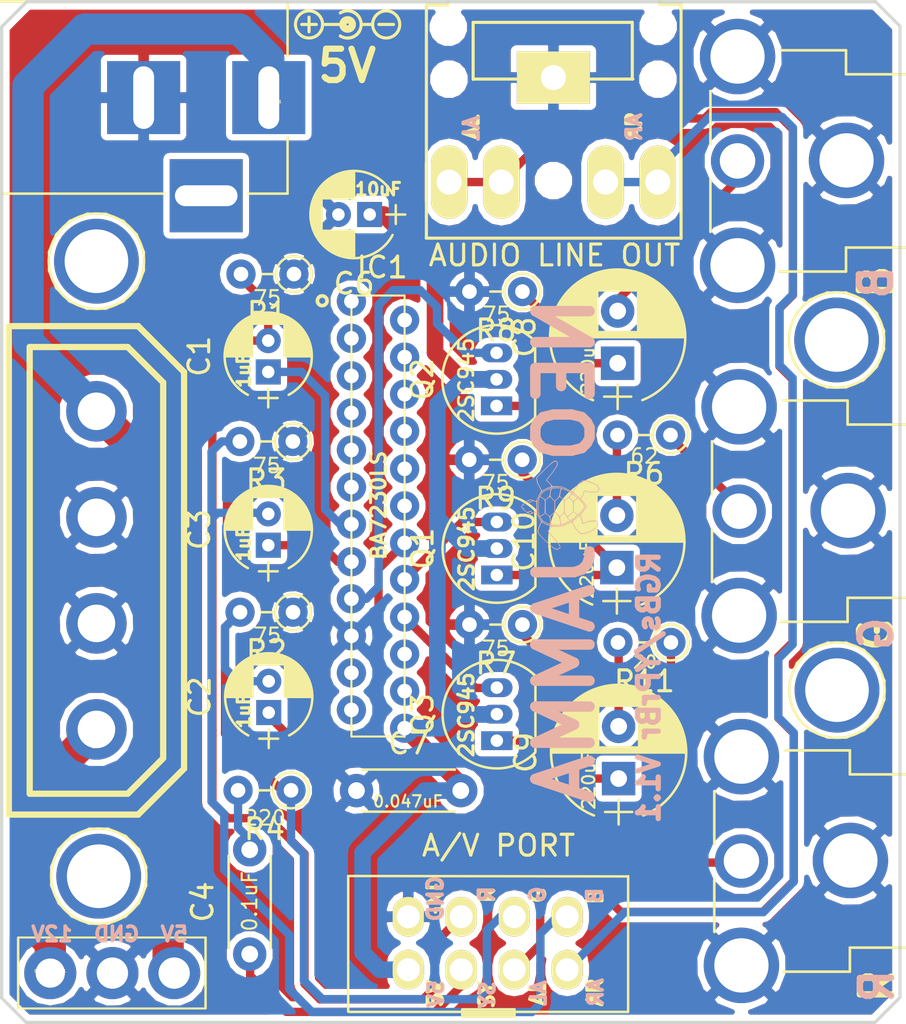
<source format=kicad_pcb>
(kicad_pcb (version 4) (host pcbnew 4.0.7)
  (layers (0 F.Cu signal hide) (31 B.Cu signal hide) (34 B.Paste user hide) (35 F.Paste user hide) (36 B.SilkS user) (37 F.SilkS user) (38 B.Mask user) (39 F.Mask user) (44 Edge.Cuts user))
  (net 0 "")
  (net 1 13)
  (net 2 14)
  (net 3 15)
  (net 4 "Net-(C4-Pad2)")
  (net 5 GND)
  (net 6 +5V)
  (net 7 B-Y)
  (net 8 "Net-(C9-Pad1)")
  (net 9 "Net-(C9-Pad2)")
  (net 10 "Net-(C10-Pad1)")
  (net 11 "Net-(C10-Pad2)")
  (net 12 16)
  (net 13 17)
  (net 14 18)
  (net 15 Y)
  (net 16 R-Y)
  (net 17 AUDIO_LEFT_OUT)
  (net 18 AUDIO_RIGHT_OUT)
  (net 19 V_RED_OUT)
  (net 20 V_GREEN_OUT)
  (net 21 V_BLUE_OUT)
  (net 22 V_SYNC_OUT)
  (net 23 "Net-(C8-Pad1)")
  (net 24 +5VA)
  (net 25 +12VA)
  (module TO_SOT_Packages_THT:TO-92_Inline_Narrow_Oval (layer F.Cu) (at 154.76 75.829 90)
    (fp_text reference Q1 (at 1.27 -3.56 90) (layer F.SilkS))
    (fp_text value 2SC945 (at 1.255 -1.446 90) (layer F.SilkS) (effects (font (size 0.7 0.7))))
    (pad 2 thru_hole oval (at 1.27 0 270) (size 0.9 1.5) (drill 0.6) (layers *.Cu *.Mask) (net 6 +5V))
    (pad 3 thru_hole oval (at 2.54 0 270) (size 0.9 1.5) (drill 0.6) (layers *.Cu *.Mask) (net 12 16))
    (pad 1 thru_hole rect (at 0 0 270) (size 0.9 1.5) (drill 0.6) (layers *.Cu *.Mask) (net 10 "Net-(C10-Pad1)"))
  )
  (module Capacitors_THT:C_Disc_D4.3mm_W1.9mm_P5.00mm (layer F.Cu) (at 142.913 93.99 90)
    (fp_text reference C4 (at 2.5 -2.26 90) (layer F.SilkS))
    (fp_text value 0.1uF (at 2.533 -0.003 90) (layer F.SilkS) (effects (font (size 0.7 0.7) (thickness 0.1))))
    (pad 1 thru_hole circle (at 0 0 90) (size 1.6 1.6) (drill 0.8) (layers *.Cu *.Mask) (net 22 V_SYNC_OUT))
    (pad 2 thru_hole circle (at 5 0 90) (size 1.6 1.6) (drill 0.8) (layers *.Cu *.Mask) (net 4 "Net-(C4-Pad2)"))
  )
  (module 3.5mm_stereo_jack:Tayda_3.5mm_stereo_TRS_jack_A-853 (layer F.Cu) (at 152.464 52.095)
    (fp_text reference A1 (at 5.035 0.081) (layer F.SilkS) (effects (font (size 0.127 0.127) (thickness 0.03175))))
    (fp_text value Audio-Jack-3_2Switches (at 5.172 -0.289) (layer F.SilkS) (effects (font (size 0.127 0.127) (thickness 0.03175))))
    (pad "" np_thru_hole circle (at 10.02 -0.02) (size 1.2 1.2) (drill 1.2) (layers *.Cu *.Mask))
    (pad "" np_thru_hole circle (at 10.03 -2.55) (size 1.2 1.2) (drill 1.2) (layers *.Cu *.Mask))
    (pad "" np_thru_hole circle (at -0.03 -2.51) (size 1.2 1.2) (drill 1.2) (layers *.Cu *.Mask))
    (pad "" np_thru_hole circle (at 0 -0.02) (size 1.2 1.2) (drill 1.2) (layers *.Cu *.Mask))
    (pad 1 thru_hole rect (at 5.01 -0.096) (size 3.5 2.5) (drill 1.2) (layers *.Cu *.Mask F.SilkS) (net 5 GND))
    (pad 2 thru_hole oval (at 10.01 4.91) (size 1.75 3.5) (drill 1.2) (layers *.Cu *.Mask F.SilkS) (net 18 AUDIO_RIGHT_OUT))
    (pad 5 thru_hole oval (at 0.01 4.91) (size 1.75 3.5) (drill 1.2) (layers *.Cu *.Mask F.SilkS) (net 17 AUDIO_LEFT_OUT))
    (pad 3 thru_hole oval (at 7.51 4.91) (size 1.75 3.5) (drill 1.2) (layers *.Cu *.Mask F.SilkS) (net 18 AUDIO_RIGHT_OUT))
    (pad 4 thru_hole oval (at 2.51 4.91) (size 1.75 3.5) (drill 1.2) (layers *.Cu *.Mask F.SilkS) (net 17 AUDIO_LEFT_OUT))
    (pad "" np_thru_hole circle (at 5.01 4.84) (size 1.2 1.2) (drill 1.2) (layers *.Cu *.Mask))
  )
  (module Connectors:1pin (layer F.Cu) (at 135.674 90.259 90)
    (fp_text reference H2 (at 0.038 0 90) (layer F.SilkS))
    (fp_text value Conn_01x01)
    (pad 1 thru_hole circle (at 0 0 90) (size 4.064 4.064) (drill 3.048) (layers *.Cu *.Mask))
  )
  (module Capacitors_THT:C_Disc_D4.3mm_W1.9mm_P5.00mm (layer F.Cu) (at 148.031 86.157)
    (fp_text reference C7 (at 2.5 -2.26) (layer F.SilkS))
    (fp_text value 0.047uF (at 2.461 0.52) (layer F.SilkS) (effects (font (size 0.55 0.55) (thickness 0.1))))
    (pad 1 thru_hole circle (at 0 0) (size 1.6 1.6) (drill 0.8) (layers *.Cu *.Mask) (net 5 GND))
    (pad 2 thru_hole circle (at 5 0) (size 1.6 1.6) (drill 0.8) (layers *.Cu *.Mask) (net 6 +5V))
  )
  (module Capacitors_THT:CP_Radial_D6.3mm_P2.50mm (layer F.Cu) (at 160.553 65.684 90)
    (fp_text reference C8 (at 1.25 -4.46 90) (layer F.SilkS))
    (fp_text value 220uF (at -0.103 -1.428 90) (layer F.SilkS) (effects (font (size 0.6 0.6) (thickness 0.1))))
    (pad 1 thru_hole rect (at 0 0 90) (size 1.6 1.6) (drill 0.8) (layers *.Cu *.Mask) (net 23 "Net-(C8-Pad1)"))
    (pad 2 thru_hole circle (at 2.5 0 90) (size 1.6 1.6) (drill 0.8) (layers *.Cu *.Mask) (net 7 B-Y))
  )
  (module Capacitors_THT:CP_Radial_D6.3mm_P2.50mm (layer F.Cu) (at 160.599 85.58 90)
    (fp_text reference C9 (at 1.25 -4.46 90) (layer F.SilkS))
    (fp_text value 220uF (at -0.097 -1.435 90) (layer F.SilkS) (effects (font (size 0.6 0.6) (thickness 0.1))))
    (pad 1 thru_hole rect (at 0 0 90) (size 1.6 1.6) (drill 0.8) (layers *.Cu *.Mask) (net 8 "Net-(C9-Pad1)"))
    (pad 2 thru_hole circle (at 2.5 0 90) (size 1.6 1.6) (drill 0.8) (layers *.Cu *.Mask) (net 9 "Net-(C9-Pad2)"))
  )
  (module Capacitors_THT:CP_Radial_D6.3mm_P2.50mm (layer F.Cu) (at 160.515 75.476 90)
    (fp_text reference C10 (at 1.25 -4.46 90) (layer F.SilkS))
    (fp_text value 220uF (at -0.095 -1.435 90) (layer F.SilkS) (effects (font (size 0.6 0.6) (thickness 0.1))))
    (pad 1 thru_hole rect (at 0 0 90) (size 1.6 1.6) (drill 0.8) (layers *.Cu *.Mask) (net 10 "Net-(C10-Pad1)"))
    (pad 2 thru_hole circle (at 2.5 0 90) (size 1.6 1.6) (drill 0.8) (layers *.Cu *.Mask) (net 11 "Net-(C10-Pad2)"))
  )
  (module Connectors:1pin (layer F.Cu) (at 135.565 60.797 90)
    (fp_text reference H1 (at 0.104 -0.043 90) (layer F.SilkS))
    (fp_text value Conn_01x01)
    (pad 1 thru_hole circle (at 0 0 90) (size 4.064 4.064) (drill 3.048) (layers *.Cu *.Mask))
  )
  (module Resistors_THT:R_Axial_DIN0204_L3.6mm_D1.6mm_P2.54mm_Vertical (layer F.Cu) (at 145.035 61.413 180)
    (fp_text reference R1 (at 1.27 -1.86 180) (layer F.SilkS))
    (fp_text value 75 (at 1.278 -1.148 180) (layer F.SilkS) (effects (font (size 0.7 0.7) (thickness 0.1))))
    (pad 1 thru_hole circle (at 0 0 180) (size 1.4 1.4) (drill 0.7) (layers *.Cu *.Mask) (net 5 GND))
    (pad 2 thru_hole oval (at 2.54 0 180) (size 1.4 1.4) (drill 0.7) (layers *.Cu *.Mask) (net 19 V_RED_OUT))
  )
  (module Resistors_THT:R_Axial_DIN0204_L3.6mm_D1.6mm_P2.54mm_Vertical (layer F.Cu) (at 144.99 77.61 180)
    (fp_text reference R2 (at 1.27 -1.86 180) (layer F.SilkS))
    (fp_text value 75 (at 1.235 -1.115 180) (layer F.SilkS) (effects (font (size 0.7 0.7) (thickness 0.1))))
    (pad 1 thru_hole circle (at 0 0 180) (size 1.4 1.4) (drill 0.7) (layers *.Cu *.Mask) (net 5 GND))
    (pad 2 thru_hole oval (at 2.54 0 180) (size 1.4 1.4) (drill 0.7) (layers *.Cu *.Mask) (net 20 V_GREEN_OUT))
  )
  (module Resistors_THT:R_Axial_DIN0204_L3.6mm_D1.6mm_P2.54mm_Vertical (layer F.Cu) (at 144.981 69.431 180)
    (fp_text reference R3 (at 1.27 -1.86 180) (layer F.SilkS))
    (fp_text value 75 (at 1.253 -1.161 180) (layer F.SilkS) (effects (font (size 0.7 0.7) (thickness 0.1))))
    (pad 1 thru_hole circle (at 0 0 180) (size 1.4 1.4) (drill 0.7) (layers *.Cu *.Mask) (net 5 GND))
    (pad 2 thru_hole oval (at 2.54 0 180) (size 1.4 1.4) (drill 0.7) (layers *.Cu *.Mask) (net 21 V_BLUE_OUT))
  )
  (module Resistors_THT:R_Axial_DIN0204_L3.6mm_D1.6mm_P2.54mm_Vertical (layer F.Cu) (at 163.086 69.124 180)
    (fp_text reference R6 (at 1.27 -1.86 180) (layer F.SilkS))
    (fp_text value 62 (at 1.258 -1.006 180) (layer F.SilkS) (effects (font (size 0.7 0.7) (thickness 0.1))))
    (pad 1 thru_hole circle (at 0 0 180) (size 1.4 1.4) (drill 0.7) (layers *.Cu *.Mask) (net 15 Y))
    (pad 2 thru_hole oval (at 2.54 0 180) (size 1.4 1.4) (drill 0.7) (layers *.Cu *.Mask) (net 11 "Net-(C10-Pad2)"))
  )
  (module Resistors_THT:R_Axial_DIN0204_L3.6mm_D1.6mm_P2.54mm_Vertical (layer F.Cu) (at 155.989 78.204 180)
    (fp_text reference R7 (at 1.27 -1.86 180) (layer F.SilkS))
    (fp_text value 75 (at 1.285 -1.146 180) (layer F.SilkS) (effects (font (size 0.7 0.7) (thickness 0.1))))
    (pad 1 thru_hole circle (at 0 0 180) (size 1.4 1.4) (drill 0.7) (layers *.Cu *.Mask) (net 8 "Net-(C9-Pad1)"))
    (pad 2 thru_hole oval (at 2.54 0 180) (size 1.4 1.4) (drill 0.7) (layers *.Cu *.Mask) (net 5 GND))
  )
  (module Resistors_THT:R_Axial_DIN0204_L3.6mm_D1.6mm_P2.54mm_Vertical (layer F.Cu) (at 155.989 62.25 180)
    (fp_text reference R8 (at 1.27 -1.86 180) (layer F.SilkS))
    (fp_text value 75 (at 1.245 -1.097 180) (layer F.SilkS) (effects (font (size 0.7 0.7) (thickness 0.1))))
    (pad 1 thru_hole circle (at 0 0 180) (size 1.4 1.4) (drill 0.7) (layers *.Cu *.Mask) (net 23 "Net-(C8-Pad1)"))
    (pad 2 thru_hole oval (at 2.54 0 180) (size 1.4 1.4) (drill 0.7) (layers *.Cu *.Mask) (net 5 GND))
  )
  (module Resistors_THT:R_Axial_DIN0204_L3.6mm_D1.6mm_P2.54mm_Vertical (layer F.Cu) (at 155.976 70.307 180)
    (fp_text reference R9 (at 1.27 -1.86 180) (layer F.SilkS))
    (fp_text value 75 (at 1.272 -1.108 180) (layer F.SilkS) (effects (font (size 0.7 0.7) (thickness 0.1))))
    (pad 1 thru_hole circle (at 0 0 180) (size 1.4 1.4) (drill 0.7) (layers *.Cu *.Mask) (net 10 "Net-(C10-Pad1)"))
    (pad 2 thru_hole oval (at 2.54 0 180) (size 1.4 1.4) (drill 0.7) (layers *.Cu *.Mask) (net 5 GND))
  )
  (module Resistors_THT:R_Axial_DIN0204_L3.6mm_D1.6mm_P2.54mm_Vertical (layer F.Cu) (at 163.106 79.058 180)
    (fp_text reference R11 (at 1.27 -1.86 180) (layer F.SilkS))
    (fp_text value 20 (at 1.239 -0.94 180) (layer F.SilkS) (effects (font (size 0.6 0.6) (thickness 0.1))))
    (pad 1 thru_hole circle (at 0 0 180) (size 1.4 1.4) (drill 0.7) (layers *.Cu *.Mask) (net 16 R-Y))
    (pad 2 thru_hole oval (at 2.54 0 180) (size 1.4 1.4) (drill 0.7) (layers *.Cu *.Mask) (net 9 "Net-(C9-Pad2)"))
  )
  (module Connectors:1pin (layer F.Cu) (at 171.049 64.569 90)
    (fp_text reference H3 (at 0.083 -0.056 90) (layer F.SilkS))
    (fp_text value Conn_01x01)
    (pad 1 thru_hole circle (at 0 0 90) (size 4.064 4.064) (drill 3.048) (layers *.Cu *.Mask))
  )
  (module Connectors:1pin (layer F.Cu) (at 171.069 81.344 90)
    (fp_text reference H4 (at 0.206 -0.076 90) (layer F.SilkS))
    (fp_text value Conn_01x01)
    (pad 1 thru_hole circle (at 0 0 90) (size 4.064 4.064) (drill 3.048) (layers *.Cu *.Mask))
  )
  (module JTAG:JTAG-8 (layer F.Cu) (at 156.855 93.487)
    (fp_text reference J1 hide)
    (fp_text value AV_EXTENSION hide)
    (pad 1 thru_hole oval (at -6.34 1.25) (size 1.5 1.9) (drill 1.1) (layers *.Cu *.Mask F.SilkS) (net 6 +5V))
    (pad 2 thru_hole oval (at -6.34 -1.29) (size 1.5 1.9) (drill 1.1) (layers *.Cu *.Mask F.SilkS) (net 5 GND))
    (pad 3 thru_hole oval (at -3.8 1.25) (size 1.5 1.9) (drill 1.1) (layers *.Cu *.Mask F.SilkS) (net 22 V_SYNC_OUT))
    (pad 4 thru_hole oval (at -3.8 -1.29) (size 1.5 1.9) (drill 1.1) (layers *.Cu *.Mask F.SilkS) (net 19 V_RED_OUT))
    (pad 5 thru_hole oval (at -1.26 1.25) (size 1.5 1.9) (drill 1.1) (layers *.Cu *.Mask F.SilkS) (net 17 AUDIO_LEFT_OUT))
    (pad 6 thru_hole oval (at -1.26 -1.29) (size 1.5 1.9) (drill 1.1) (layers *.Cu *.Mask F.SilkS) (net 20 V_GREEN_OUT))
    (pad 8 thru_hole oval (at 1.28 -1.29) (size 1.5 1.9) (drill 1.1) (layers *.Cu *.Mask F.SilkS) (net 21 V_BLUE_OUT))
    (pad 7 thru_hole oval (at 1.28 1.25) (size 1.5 1.9) (drill 1.1) (layers *.Cu *.Mask F.SilkS) (net 18 AUDIO_RIGHT_OUT))
  )
  (module tortule:logo (layer B.Cu) (at 157.782 72.535 270)
    (fp_text reference LOGO1 hide)
    (fp_text value Conn_01x01 hide)
  )
  (module Capacitors_THT:CP_Radial_D4.0mm_P1.50mm (layer F.Cu) (at 143.801 66.1 90)
    (fp_text reference C1 (at 0.75 -3.31 90) (layer F.SilkS))
    (fp_text value 1uF (at 0.066 -1.173 90) (layer F.SilkS) (effects (font (size 0.6 0.6))))
    (pad 1 thru_hole rect (at 0 0 90) (size 1.2 1.2) (drill 0.6) (layers *.Cu *.Mask) (net 1 13))
    (pad 2 thru_hole circle (at 1.5 0 90) (size 1.2 1.2) (drill 0.6) (layers *.Cu *.Mask) (net 19 V_RED_OUT))
  )
  (module Capacitors_THT:CP_Radial_D4.0mm_P1.50mm (layer F.Cu) (at 143.825 82.418 90)
    (fp_text reference C2 (at 0.75 -3.31 90) (layer F.SilkS))
    (fp_text value 1uF (at 0.069 -1.181 90) (layer F.SilkS) (effects (font (size 0.6 0.6))))
    (pad 1 thru_hole rect (at 0 0 90) (size 1.2 1.2) (drill 0.6) (layers *.Cu *.Mask) (net 2 14))
    (pad 2 thru_hole circle (at 1.5 0 90) (size 1.2 1.2) (drill 0.6) (layers *.Cu *.Mask) (net 20 V_GREEN_OUT))
  )
  (module Capacitors_THT:CP_Radial_D4.0mm_P1.50mm (layer F.Cu) (at 143.805 74.402 90)
    (fp_text reference C3 (at 0.75 -3.31 90) (layer F.SilkS))
    (fp_text value 1uF (at 0.064 -1.181 90) (layer F.SilkS) (effects (font (size 0.6 0.6))))
    (pad 1 thru_hole rect (at 0 0 90) (size 1.2 1.2) (drill 0.6) (layers *.Cu *.Mask) (net 3 15))
    (pad 2 thru_hole circle (at 1.5 0 90) (size 1.2 1.2) (drill 0.6) (layers *.Cu *.Mask) (net 21 V_BLUE_OUT))
  )
  (module Capacitors_THT:CP_Radial_D4.0mm_P1.50mm (layer F.Cu) (at 148.666 58.56 180)
    (fp_text reference C6 (at 0.75 -3.31 180) (layer F.SilkS))
    (fp_text value 10uF (at -0.412 1.209 180) (layer F.SilkS) (effects (font (size 0.6 0.6))))
    (pad 1 thru_hole rect (at 0 0 180) (size 1.2 1.2) (drill 0.6) (layers *.Cu *.Mask) (net 6 +5V))
    (pad 2 thru_hole circle (at 1.5 0 180) (size 1.2 1.2) (drill 0.6) (layers *.Cu *.Mask) (net 5 GND))
  )
  (module TO_SOT_Packages_THT:TO-92_Inline_Narrow_Oval (layer F.Cu) (at 154.747 67.727 90)
    (fp_text reference Q2 (at 1.27 -3.56 90) (layer F.SilkS))
    (fp_text value 2SC945 (at 1.24 -1.453 90) (layer F.SilkS) (effects (font (size 0.7 0.7) (thickness 0.125))))
    (pad 2 thru_hole oval (at 1.27 0 270) (size 0.9 1.5) (drill 0.6) (layers *.Cu *.Mask) (net 6 +5V))
    (pad 3 thru_hole oval (at 2.54 0 270) (size 0.9 1.5) (drill 0.6) (layers *.Cu *.Mask) (net 13 17))
    (pad 1 thru_hole rect (at 0 0 270) (size 0.9 1.5) (drill 0.6) (layers *.Cu *.Mask) (net 23 "Net-(C8-Pad1)"))
  )
  (module TO_SOT_Packages_THT:TO-92_Inline_Narrow_Oval (layer F.Cu) (at 154.76 83.764 90)
    (fp_text reference Q3 (at 1.27 -3.56 90) (layer F.SilkS))
    (fp_text value 2SC945 (at 1.239 -1.461 90) (layer F.SilkS) (effects (font (size 0.7 0.7))))
    (pad 2 thru_hole oval (at 1.27 0 270) (size 0.9 1.5) (drill 0.6) (layers *.Cu *.Mask) (net 6 +5V))
    (pad 3 thru_hole oval (at 2.54 0 270) (size 0.9 1.5) (drill 0.6) (layers *.Cu *.Mask) (net 14 18))
    (pad 1 thru_hole rect (at 0 0 270) (size 0.9 1.5) (drill 0.6) (layers *.Cu *.Mask) (net 8 "Net-(C9-Pad1)"))
  )
  (module Resistors_THT:R_Axial_DIN0204_L3.6mm_D1.6mm_P2.54mm_Vertical (layer F.Cu) (at 144.894 86.144 180)
    (fp_text reference R4 (at 1.27 -1.86 180) (layer F.SilkS))
    (fp_text value 220 (at 1.252 -1.322 180) (layer F.SilkS) (effects (font (size 0.7 0.7) (thickness 0.1))))
    (pad 1 thru_hole circle (at 0 0 180) (size 1.4 1.4) (drill 0.7) (layers *.Cu *.Mask) (net 20 V_GREEN_OUT))
    (pad 2 thru_hole oval (at 2.54 0 180) (size 1.4 1.4) (drill 0.7) (layers *.Cu *.Mask) (net 4 "Net-(C4-Pad2)"))
  )
  (module Connectors:BARREL_JACK (layer F.Cu) (at 143.828 52.959)
    (fp_text reference 5V_POWER1 (at 0.061 0.194) (layer F.SilkS) (effects (font (size 0.127 0.127) (thickness 0.03175))))
    (fp_text value Barrel_Jack)
    (pad 1 thru_hole rect (at 0 0) (size 3.5 3.5) (drill oval 1 3) (layers *.Cu *.Mask) (net 24 +5VA))
    (pad 2 thru_hole rect (at -6 0) (size 3.5 3.5) (drill oval 1 3) (layers *.Cu *.Mask) (net 5 GND))
    (pad 3 thru_hole rect (at -3 4.7) (size 3.5 3.5) (drill oval 3 1) (layers *.Cu *.Mask))
  )
  (module power:Power_03x2.54mm_Straight (layer F.Cu) (at 133.807 94.793)
    (fp_text reference DIRECT_POWER1 (at -0.459 0.002) (layer F.SilkS) (effects (font (size 0.127 0.127) (thickness 0.03175))))
    (fp_text value Conn_01x03)
    (pad 1 thru_hole oval (at -0.455 0.106) (size 2.5 2.5) (drill 1.4) (layers *.Cu *.Mask) (net 25 +12VA))
    (pad 2 thru_hole circle (at 2.525 0.106) (size 2.5 2.5) (drill 1.5) (layers *.Cu *.Mask) (net 5 GND))
    (pad 3 thru_hole circle (at 5.485 0.106) (size 2.5 2.5) (drill 1.5) (layers *.Cu *.Mask) (net 24 +5VA))
  )
  (module mod_conn_hdd_15-24-4441:conn_hdd_15-24-4449 (layer F.Cu) (at 135.565 75.606 90)
    (fp_text reference MOLEX_POWER1 (at -7.795 -0.112 90) (layer F.SilkS) (effects (font (size 0.127 0.127) (thickness 0.03175))))
    (fp_text value Conn_01x04 (at -7.683 0.112 90) (layer F.SilkS) (effects (font (size 0.127 0.127) (thickness 0.03175))))
    (pad 1 thru_hole circle (at -7.62 0 90) (size 2.9 2.9) (drill 1.8) (layers *.Cu *.Mask) (net 25 +12VA))
    (pad 2 thru_hole circle (at -2.54 0 90) (size 2.9 2.9) (drill 1.8) (layers *.Cu *.Mask) (net 5 GND))
    (pad 3 thru_hole circle (at 2.54 0 90) (size 2.9 2.9) (drill 1.8) (layers *.Cu *.Mask) (net 5 GND))
    (pad 4 thru_hole circle (at 7.62 0 90) (size 2.9 2.9) (drill 1.8) (layers *.Cu *.Mask) (net 24 +5VA))
  )
  (module BA7230LS:BA7230LS (layer F.Cu) (at 148.864 72.141)
    (fp_text reference IC1 (at 0.4 -11.05) (layer F.SilkS))
    (fp_text value BA7230LS (at 0.225 0.35 90) (layer F.SilkS) (effects (font (size 0.7 0.7))))
    (pad 1 thru_hole circle (at -1.075 -9.425) (size 1.4 1.4) (drill 0.7) (layers *.Cu *.Mask))
    (pad 2 thru_hole circle (at 1.475 -8.525) (size 1.4 1.4) (drill 0.7) (layers *.Cu *.Mask))
    (pad 3 thru_hole circle (at -1.075 -7.65) (size 1.4 1.4) (drill 0.7) (layers *.Cu *.Mask))
    (pad 4 thru_hole circle (at 1.475 -6.75) (size 1.4 1.4) (drill 0.7) (layers *.Cu *.Mask))
    (pad 5 thru_hole circle (at -1.075 -5.85) (size 1.4 1.4) (drill 0.7) (layers *.Cu *.Mask))
    (pad 6 thru_hole circle (at 1.475 -4.975) (size 1.4 1.4) (drill 0.7) (layers *.Cu *.Mask))
    (pad 7 thru_hole circle (at -1.075 -4.075) (size 1.4 1.4) (drill 0.7) (layers *.Cu *.Mask))
    (pad 8 thru_hole circle (at 1.475 -3.2) (size 1.4 1.4) (drill 0.7) (layers *.Cu *.Mask))
    (pad 9 thru_hole circle (at -1.075 -2.3) (size 1.4 1.4) (drill 0.7) (layers *.Cu *.Mask))
    (pad 10 thru_hole circle (at 1.475 -1.4) (size 1.4 1.4) (drill 0.7) (layers *.Cu *.Mask))
    (pad 11 thru_hole circle (at -1.075 -0.525) (size 1.4 1.4) (drill 0.7) (layers *.Cu *.Mask))
    (pad 12 thru_hole circle (at 1.475 0.375) (size 1.4 1.4) (drill 0.7) (layers *.Cu *.Mask))
    (pad 13 thru_hole circle (at -1.075 1.25) (size 1.4 1.4) (drill 0.7) (layers *.Cu *.Mask) (net 1 13))
    (pad 14 thru_hole circle (at 1.475 2.15) (size 1.4 1.4) (drill 0.7) (layers *.Cu *.Mask) (net 2 14))
    (pad 15 thru_hole circle (at -1.075 3.05) (size 1.4 1.4) (drill 0.7) (layers *.Cu *.Mask) (net 3 15))
    (pad 16 thru_hole circle (at 1.475 3.9) (size 1.4 1.4) (drill 0.7) (layers *.Cu *.Mask) (net 12 16))
    (pad 17 thru_hole circle (at -1.075 4.825) (size 1.4 1.4) (drill 0.7) (layers *.Cu *.Mask) (net 13 17))
    (pad 18 thru_hole circle (at 1.475 5.7) (size 1.4 1.4) (drill 0.7) (layers *.Cu *.Mask) (net 14 18))
    (pad 19 thru_hole circle (at -1.075 6.6) (size 1.4 1.4) (drill 0.7) (layers *.Cu *.Mask) (net 5 GND))
    (pad 20 thru_hole circle (at 1.475 7.475) (size 1.4 1.4) (drill 0.7) (layers *.Cu *.Mask))
    (pad 21 thru_hole circle (at -1.075 8.375) (size 1.4 1.4) (drill 0.7) (layers *.Cu *.Mask))
    (pad 22 thru_hole circle (at 1.475 9.25) (size 1.4 1.4) (drill 0.7) (layers *.Cu *.Mask))
    (pad 23 thru_hole circle (at -1.075 10.15) (size 1.4 1.4) (drill 0.7) (layers *.Cu *.Mask))
    (pad 24 thru_hole circle (at 1.475 11.025) (size 1.4 1.4) (drill 0.7) (layers *.Cu *.Mask) (net 6 +5V))
  )
  (module w_logo:Logo_silk_polarity_center_5x1.4mm (layer F.Cu) (at 147.607 49.454 180)
    (fp_text reference POLARITY1 hide)
    (fp_text value Conn_01x01 hide)
  )
  (module RCJ-013:CUI_RCJ-013 (layer F.Cu) (at 172.25 55.992 180)
    (fp_text reference J3 (at 1.4 0.3 180) (layer F.SilkS) (effects (font (size 0.127 0.127) (thickness 0.03175))))
    (fp_text value RCJ-013 (at 1.432 -0.112 180) (layer F.SilkS) (effects (font (size 0.127 0.127) (thickness 0.03175))))
    (pad 2 thru_hole circle (at 5.95 0 180) (size 2.55 2.55) (drill 1.7) (layers *.Cu *.Mask) (net 7 B-Y))
    (pad 1A thru_hole circle (at 5.95 -5 180) (size 3.616 3.616) (drill 2.6) (layers *.Cu *.Mask) (net 5 GND))
    (pad 1B thru_hole circle (at 5.95 5 180) (size 3.616 3.616) (drill 2.6) (layers *.Cu *.Mask) (net 5 GND))
    (pad 1C thru_hole circle (at 0.725 0.025 180) (size 3.616 3.616) (drill 2.6) (layers *.Cu *.Mask) (net 5 GND))
  )
  (module RCJ-013:CUI_RCJ-013 (layer F.Cu) (at 172.436 89.53 180)
    (fp_text reference J4 (at 1.4 0.3 180) (layer F.SilkS) (effects (font (size 0.127 0.127) (thickness 0.03175))))
    (fp_text value RCJ-013 (at 1.432 -0.112 180) (layer F.SilkS) (effects (font (size 0.127 0.127) (thickness 0.03175))))
    (pad 2 thru_hole circle (at 5.95 0 180) (size 2.55 2.55) (drill 1.7) (layers *.Cu *.Mask) (net 16 R-Y))
    (pad 1A thru_hole circle (at 5.95 -5 180) (size 3.616 3.616) (drill 2.6) (layers *.Cu *.Mask) (net 5 GND))
    (pad 1B thru_hole circle (at 5.95 5 180) (size 3.616 3.616) (drill 2.6) (layers *.Cu *.Mask) (net 5 GND))
    (pad 1C thru_hole circle (at 0.725 0.025 180) (size 3.616 3.616) (drill 2.6) (layers *.Cu *.Mask) (net 5 GND))
  )
  (module RCJ-013:CUI_RCJ-013 (layer F.Cu) (at 172.326 72.771 180)
    (fp_text reference J2 (at 1.4 0.3 180) (layer F.SilkS) (effects (font (size 0.127 0.127) (thickness 0.03175))))
    (fp_text value RCJ-013 (at 1.432 -0.112 180) (layer F.SilkS) (effects (font (size 0.127 0.127) (thickness 0.03175))))
    (pad 2 thru_hole circle (at 5.95 0 180) (size 2.55 2.55) (drill 1.7) (layers *.Cu *.Mask) (net 15 Y))
    (pad 1A thru_hole circle (at 5.95 -5 180) (size 3.616 3.616) (drill 2.6) (layers *.Cu *.Mask) (net 5 GND))
    (pad 1B thru_hole circle (at 5.95 5 180) (size 3.616 3.616) (drill 2.6) (layers *.Cu *.Mask) (net 5 GND))
    (pad 1C thru_hole circle (at 0.725 0.025 180) (size 3.616 3.616) (drill 2.6) (layers *.Cu *.Mask) (net 5 GND))
  )
  (gr_text "5V  GND  12V" (at 136.2 93.033) (layer B.SilkS) (effects (font (size 0.7 0.7) (thickness 0.175)) (justify mirror)))
  (gr_text 5V (at 147.579 51.438) (layer F.SilkS) (effects (font (size 1.5 1.5) (thickness 0.3))))
  (gr_text "AUDIO LINE OUT" (at 157.526 60.518) (layer F.SilkS) (effects (font (size 1 1))))
  (gr_text "A/V PORT" (at 154.843 88.793) (layer F.SilkS) (effects (font (size 1 1))))
  (gr_text "RGBs/YPrBr V1.1" (at 162.047 81.214 90) (layer B.SilkS) (effects (font (size 1 1) (thickness 0.25)) (justify mirror)))
  (gr_text "NEO  JAMMA" (at 158.029 74.64 90) (layer B.SilkS) (effects (font (size 2.6 2.6) (thickness 0.5)) (justify mirror)))
  (gr_line (start 131.026 96.098) (end 131.026 49.57) (angle 90) (layer Edge.Cuts) (width 0.15))
  (gr_line (start 174.088 96.056) (end 174.088 49.528) (angle 90) (layer Edge.Cuts) (width 0.15))
  (gr_line (start 174.089 49.537) (end 172.91 48.358) (angle 90) (layer Edge.Cuts) (width 0.15))
  (gr_line (start 172.895 97.257) (end 174.069 96.083) (angle 90) (layer Edge.Cuts) (width 0.15))
  (gr_line (start 131.048 49.542) (end 132.222 48.368) (angle 90) (layer Edge.Cuts) (width 0.15))
  (gr_line (start 132.196 97.261) (end 131.017 96.082) (angle 90) (layer Edge.Cuts) (width 0.15))
  (gr_line (start 132.188 97.26) (end 172.878 97.26) (angle 90) (layer Edge.Cuts) (width 0.15))
  (gr_line (start 132.213 48.369) (end 172.903 48.369) (angle 90) (layer Edge.Cuts) (width 0.15))
  (gr_text R (at 172.984 95.524 90) (layer B.SilkS) (effects (font (size 1.5 1.5) (thickness 0.3)) (justify mirror)))
  (gr_text G (at 172.959 78.638 90) (layer B.SilkS) (effects (font (size 1.5 1.5) (thickness 0.3)) (justify mirror)))
  (gr_text B (at 172.935 61.785 90) (layer F.SilkS) (effects (font (size 1.5 1.5) (thickness 0.3))))
  (gr_text AR (at 161.341 54.379 90) (layer B.SilkS) (effects (font (size 0.7 0.7) (thickness 0.175)) (justify mirror)))
  (gr_text AL (at 153.541 54.43 90) (layer B.SilkS) (effects (font (size 0.7 0.7) (thickness 0.175)) (justify mirror)))
  (gr_text 5V (at 151.846 95.889 90) (layer B.SilkS) (effects (font (size 0.7 0.7) (thickness 0.175)) (justify mirror)))
  (gr_text GND (at 151.83 91.332 90) (layer B.SilkS) (effects (font (size 0.7 0.7) (thickness 0.175)) (justify mirror)))
  (gr_text R (at 154.258 91.111 90) (layer B.SilkS) (effects (font (size 0.7 0.7) (thickness 0.175)) (justify mirror)))
  (gr_text G (at 156.704 91.119 90) (layer B.SilkS) (effects (font (size 0.7 0.7) (thickness 0.175)) (justify mirror)))
  (gr_text B (at 159.448 91.18 90) (layer B.SilkS) (effects (font (size 0.7 0.7) (thickness 0.175)) (justify mirror)))
  (gr_text SY (at 154.309 95.942 90) (layer B.SilkS) (effects (font (size 0.7 0.7) (thickness 0.175)) (justify mirror)))
  (gr_text AL (at 156.76 95.858 90) (layer B.SilkS) (effects (font (size 0.7 0.7) (thickness 0.175)) (justify mirror)))
  (gr_text AR (at 159.496 95.82 90) (layer B.SilkS) (effects (font (size 0.7 0.7) (thickness 0.175)) (justify mirror)))
  (gr_text AR (at 159.468 95.82 90) (layer F.SilkS) (effects (font (size 0.7 0.7) (thickness 0.175))))
  (gr_text AL (at 153.539 54.374 90) (layer F.SilkS) (effects (font (size 0.7 0.7) (thickness 0.175))))
  (gr_text AR (at 161.334 54.312 90) (layer F.SilkS) (effects (font (size 0.7 0.7) (thickness 0.175))))
  (gr_text AL (at 156.732 95.858 90) (layer F.SilkS) (effects (font (size 0.7 0.7) (thickness 0.175))))
  (gr_text SY (at 154.281 95.942 90) (layer F.SilkS) (effects (font (size 0.7 0.7) (thickness 0.175))))
  (gr_text B (at 159.476 91.236 90) (layer F.SilkS) (effects (font (size 0.7 0.7) (thickness 0.175))))
  (gr_text G (at 156.732 91.175 90) (layer F.SilkS) (effects (font (size 0.7 0.7) (thickness 0.175))))
  (gr_text R (at 154.286 91.167 90) (layer F.SilkS) (effects (font (size 0.7 0.7) (thickness 0.175))))
  (gr_text GND (at 151.802 91.332 90) (layer F.SilkS) (effects (font (size 0.7 0.7) (thickness 0.175))))
  (gr_text 5V (at 151.818 95.889 90) (layer F.SilkS) (effects (font (size 0.7 0.7) (thickness 0.175))))
  (gr_text B (at 172.935 61.816 90) (layer B.SilkS) (effects (font (size 1.5 1.5) (thickness 0.3)) (justify mirror)))
  (gr_text G (at 172.944 78.684 90) (layer F.SilkS) (effects (font (size 1.5 1.5) (thickness 0.3))))
  (gr_text R (at 172.984 95.524 90) (layer F.SilkS) (effects (font (size 1.5 1.5) (thickness 0.3))))
  (segment (start 143.801 66.1) (end 145.393 66.1) (width 0.4) (layer B.Cu) (net 1))
  (segment (start 146.528 67.235) (end 145.399 66.106) (width 0.4) (layer B.Cu) (net 1))
  (segment (start 146.528 72.682) (end 146.528 67.235) (width 0.4) (layer B.Cu) (net 1))
  (segment (start 146.528 72.682) (end 147.237 73.391) (width 0.4) (layer B.Cu) (net 1))
  (segment (start 145.393 66.1) (end 145.399 66.106) (width 0.4) (layer B.Cu) (net 1))
  (segment (start 147.789 73.391) (end 147.237 73.391) (width 0.4) (layer B.Cu) (net 1))
  (segment (start 143.825 82.418) (end 143.825 82.58) (width 0.4) (layer F.Cu) (net 2))
  (segment (start 143.825 82.58) (end 145.431 84.186) (width 0.4) (layer F.Cu) (net 2))
  (segment (start 145.431 84.186) (end 148.234 84.186) (width 0.4) (layer F.Cu) (net 2))
  (segment (start 148.234 84.186) (end 149.088 83.332) (width 0.4) (layer F.Cu) (net 2))
  (segment (start 149.088 83.332) (end 149.088 75.542) (width 0.4) (layer F.Cu) (net 2))
  (segment (start 149.088 75.542) (end 150.339 74.291) (width 0.4) (layer F.Cu) (net 2))
  (segment (start 143.805 74.402) (end 146.347 74.402) (width 0.4) (layer F.Cu) (net 3))
  (segment (start 146.347 74.402) (end 147.136 75.191) (width 0.4) (layer F.Cu) (net 3))
  (segment (start 147.136 75.191) (end 147.789 75.191) (width 0.4) (layer F.Cu) (net 3))
  (segment (start 142.913 88.99) (end 142.913 88.491) (width 0.4) (layer B.Cu) (net 4))
  (segment (start 142.913 88.491) (end 142.354 87.932) (width 0.4) (layer B.Cu) (net 4))
  (segment (start 142.354 87.932) (end 142.354 86.144) (width 0.4) (layer B.Cu) (net 4))
  (segment (start 148.666 58.56) (end 149.337 58.56) (width 0.8) (layer F.Cu) (net 6))
  (segment (start 153.071 66.457) (end 154.747 66.457) (width 0.8) (layer F.Cu) (net 6))
  (segment (start 151.798 65.184) (end 151.798 61.021) (width 0.8) (layer F.Cu) (net 6))
  (segment (start 153.071 66.457) (end 151.798 65.184) (width 0.8) (layer F.Cu) (net 6))
  (segment (start 149.337 58.56) (end 151.798 61.021) (width 0.8) (layer F.Cu) (net 6))
  (segment (start 153.121 66.457) (end 154.747 66.457) (width 0.8) (layer B.Cu) (net 6))
  (segment (start 151.91 67.668) (end 153.121 66.457) (width 0.8) (layer B.Cu) (net 6))
  (segment (start 151.91 73.119) (end 151.91 67.668) (width 0.8) (layer B.Cu) (net 6))
  (segment (start 152.065 83.166) (end 152.722 82.509) (width 0.8) (layer B.Cu) (net 6))
  (segment (start 150.339 83.166) (end 152.065 83.166) (width 0.8) (layer B.Cu) (net 6))
  (segment (start 153.031 86.157) (end 153.031 85.858) (width 0.8) (layer F.Cu) (net 6))
  (segment (start 153.031 85.858) (end 150.339 83.166) (width 0.8) (layer F.Cu) (net 6))
  (segment (start 153.031 86.157) (end 151.304 86.157) (width 0.8) (layer B.Cu) (net 6))
  (segment (start 149.144 94.737) (end 148.323 93.916) (width 0.8) (layer B.Cu) (net 6))
  (segment (start 148.323 93.916) (end 148.323 89.138) (width 0.8) (layer B.Cu) (net 6))
  (segment (start 149.144 94.737) (end 150.515 94.737) (width 0.8) (layer B.Cu) (net 6))
  (segment (start 151.304 86.157) (end 148.323 89.138) (width 0.8) (layer B.Cu) (net 6))
  (segment (start 154.777 82.509) (end 152.722 82.509) (width 0.8) (layer B.Cu) (net 6))
  (segment (start 151.91 81.697) (end 151.91 73.119) (width 0.8) (layer B.Cu) (net 6))
  (segment (start 152.722 82.509) (end 151.91 81.697) (width 0.8) (layer B.Cu) (net 6))
  (segment (start 153.35 74.559) (end 154.76 74.559) (width 0.8) (layer B.Cu) (net 6))
  (segment (start 151.91 73.119) (end 153.35 74.559) (width 0.8) (layer B.Cu) (net 6))
  (segment (start 160.553 63.184) (end 160.553 62.652) (width 0.4) (layer F.Cu) (net 7))
  (segment (start 160.553 62.652) (end 166.625 56.58) (width 0.4) (layer F.Cu) (net 7))
  (segment (start 166.625 56.58) (end 166.625 56.05) (width 0.4) (layer F.Cu) (net 7))
  (segment (start 166.625 56.05) (end 166.625 56.489) (width 0.4) (layer F.Cu) (net 7))
  (segment (start 166.625 56.728) (end 166.625 56.05) (width 0.4) (layer F.Cu) (net 7))
  (segment (start 154.76 83.764) (end 156.6 83.764) (width 0.4) (layer F.Cu) (net 8))
  (segment (start 156.6 83.764) (end 156.809 83.555) (width 0.4) (layer F.Cu) (net 8))
  (segment (start 155.989 78.204) (end 155.989 78.671) (width 0.4) (layer F.Cu) (net 8))
  (segment (start 155.989 78.671) (end 156.809 79.491) (width 0.4) (layer F.Cu) (net 8))
  (segment (start 156.809 79.491) (end 156.809 83.555) (width 0.4) (layer F.Cu) (net 8))
  (segment (start 156.809 83.555) (end 158.834 85.58) (width 0.4) (layer F.Cu) (net 8))
  (segment (start 158.834 85.58) (end 160.599 85.58) (width 0.4) (layer F.Cu) (net 8))
  (segment (start 160.587 85.568) (end 160.599 85.58) (width 0.4) (layer F.Cu) (net 8))
  (segment (start 160.599 83.08) (end 160.599 79.091) (width 0.4) (layer F.Cu) (net 9))
  (segment (start 160.599 79.091) (end 160.566 79.058) (width 0.4) (layer F.Cu) (net 9))
  (segment (start 160.54 82.929) (end 160.543 82.926) (width 0.4) (layer F.Cu) (net 9))
  (segment (start 155.976 70.307) (end 155.976 70.937) (width 0.4) (layer F.Cu) (net 10))
  (segment (start 155.976 70.937) (end 160.515 75.476) (width 0.4) (layer F.Cu) (net 10))
  (segment (start 154.76 75.829) (end 160.162 75.829) (width 0.4) (layer F.Cu) (net 10))
  (segment (start 160.162 75.829) (end 160.515 75.476) (width 0.4) (layer F.Cu) (net 10))
  (segment (start 160.515 72.976) (end 160.515 69.155) (width 0.4) (layer F.Cu) (net 11))
  (segment (start 160.515 69.155) (end 160.546 69.124) (width 0.4) (layer F.Cu) (net 11))
  (segment (start 154.76 73.289) (end 153.091 73.289) (width 0.4) (layer F.Cu) (net 12))
  (segment (start 153.091 73.289) (end 150.339 76.041) (width 0.4) (layer F.Cu) (net 12))
  (segment (start 154.747 65.187) (end 153.295 65.187) (width 0.4) (layer B.Cu) (net 13))
  (segment (start 149.799 62.179) (end 149.093 62.885) (width 0.4) (layer B.Cu) (net 13))
  (segment (start 151.079 62.179) (end 149.799 62.179) (width 0.4) (layer B.Cu) (net 13))
  (segment (start 151.892 62.992) (end 151.079 62.179) (width 0.4) (layer B.Cu) (net 13))
  (segment (start 151.892 63.784) (end 151.892 62.992) (width 0.4) (layer B.Cu) (net 13))
  (segment (start 153.295 65.187) (end 151.892 63.784) (width 0.4) (layer B.Cu) (net 13))
  (segment (start 147.789 76.966) (end 148.51 76.966) (width 0.4) (layer B.Cu) (net 13))
  (segment (start 149.093 76.383) (end 149.093 62.885) (width 0.4) (layer B.Cu) (net 13))
  (segment (start 148.51 76.966) (end 149.093 76.383) (width 0.4) (layer B.Cu) (net 13))
  (segment (start 154.777 81.239) (end 153.737 81.239) (width 0.4) (layer F.Cu) (net 14))
  (segment (start 153.737 81.239) (end 150.339 77.841) (width 0.4) (layer F.Cu) (net 14))
  (segment (start 163.086 69.124) (end 163.086 69.219) (width 0.4) (layer F.Cu) (net 15))
  (segment (start 163.086 69.219) (end 166.653 72.786) (width 0.4) (layer F.Cu) (net 15))
  (segment (start 163.106 79.058) (end 163.106 87.947) (width 0.4) (layer F.Cu) (net 16))
  (segment (start 164.765 89.606) (end 166.653 89.606) (width 0.4) (layer F.Cu) (net 16))
  (segment (start 163.106 87.947) (end 164.765 89.606) (width 0.4) (layer F.Cu) (net 16))
  (segment (start 159.233 53.959) (end 164.72 53.959) (width 0.4) (layer F.Cu) (net 17))
  (segment (start 167.518 91.966) (end 168.986 90.498) (width 0.4) (layer F.Cu) (net 17))
  (segment (start 156.932 55.047) (end 154.974 57.005) (width 0.4) (layer F.Cu) (net 17))
  (segment (start 158.145 55.047) (end 156.932 55.047) (width 0.4) (layer F.Cu) (net 17))
  (segment (start 159.233 53.959) (end 158.145 55.047) (width 0.4) (layer F.Cu) (net 17))
  (segment (start 168.951 54.481) (end 168.429 53.959) (width 0.4) (layer F.Cu) (net 17))
  (segment (start 168.951 62.42) (end 168.951 54.481) (width 0.4) (layer F.Cu) (net 17))
  (segment (start 168.311 63.06) (end 168.951 62.42) (width 0.4) (layer F.Cu) (net 17))
  (segment (start 168.311 65.827) (end 168.311 63.06) (width 0.4) (layer F.Cu) (net 17))
  (segment (start 168.938 66.454) (end 168.311 65.827) (width 0.4) (layer F.Cu) (net 17))
  (segment (start 168.938 79.057) (end 168.938 66.454) (width 0.4) (layer F.Cu) (net 17))
  (segment (start 168.255 79.74) (end 168.938 79.057) (width 0.4) (layer F.Cu) (net 17))
  (segment (start 168.255 82.674) (end 168.255 79.74) (width 0.4) (layer F.Cu) (net 17))
  (segment (start 168.995 83.414) (end 168.255 82.674) (width 0.4) (layer F.Cu) (net 17))
  (segment (start 168.995 90.498) (end 168.995 83.414) (width 0.4) (layer F.Cu) (net 17))
  (segment (start 168.995 90.498) (end 168.986 90.498) (width 0.4) (layer F.Cu) (net 17))
  (segment (start 168.122 53.652) (end 168.429 53.959) (width 0.4) (layer F.Cu) (net 17))
  (segment (start 165.027 53.652) (end 168.122 53.652) (width 0.4) (layer F.Cu) (net 17))
  (segment (start 164.72 53.959) (end 165.027 53.652) (width 0.4) (layer F.Cu) (net 17))
  (segment (start 160.698 91.966) (end 167.518 91.966) (width 0.4) (layer F.Cu) (net 17))
  (segment (start 156.842 93.521) (end 155.626 94.737) (width 0.4) (layer F.Cu) (net 17))
  (segment (start 160.698 91.966) (end 159.23 90.498) (width 0.4) (layer F.Cu) (net 17))
  (segment (start 159.23 90.498) (end 158.728 90.498) (width 0.4) (layer F.Cu) (net 17))
  (segment (start 157.414 90.498) (end 158.728 90.498) (width 0.4) (layer F.Cu) (net 17))
  (segment (start 156.842 91.07) (end 157.414 90.498) (width 0.4) (layer F.Cu) (net 17))
  (segment (start 156.842 93.521) (end 156.842 91.07) (width 0.4) (layer F.Cu) (net 17))
  (segment (start 167.518 91.966) (end 167.527 91.966) (width 0.4) (layer F.Cu) (net 17))
  (segment (start 155.595 94.737) (end 155.626 94.737) (width 0.4) (layer F.Cu) (net 17))
  (segment (start 155.595 94.737) (end 155.689 94.737) (width 0.4) (layer F.Cu) (net 17))
  (segment (start 155.595 94.737) (end 155.595 95.245) (width 0.4) (layer F.Cu) (net 17))
  (segment (start 154.974 57.005) (end 152.474 57.005) (width 0.4) (layer F.Cu) (net 17))
  (segment (start 162.474 57.005) (end 162.474 56.352) (width 0.4) (layer B.Cu) (net 18))
  (segment (start 162.474 56.352) (end 164.932 53.894) (width 0.4) (layer B.Cu) (net 18))
  (segment (start 160.894 91.978) (end 158.135 94.737) (width 0.4) (layer B.Cu) (net 18))
  (segment (start 167.536 91.978) (end 160.894 91.978) (width 0.4) (layer B.Cu) (net 18))
  (segment (start 168.99 90.524) (end 167.536 91.978) (width 0.4) (layer B.Cu) (net 18))
  (segment (start 168.99 83.381) (end 168.99 90.524) (width 0.4) (layer B.Cu) (net 18))
  (segment (start 168.255 82.646) (end 168.99 83.381) (width 0.4) (layer B.Cu) (net 18))
  (segment (start 168.255 79.837) (end 168.255 82.646) (width 0.4) (layer B.Cu) (net 18))
  (segment (start 168.941 79.151) (end 168.255 79.837) (width 0.4) (layer B.Cu) (net 18))
  (segment (start 168.941 66.401) (end 168.941 79.151) (width 0.4) (layer B.Cu) (net 18))
  (segment (start 168.311 65.771) (end 168.941 66.401) (width 0.4) (layer B.Cu) (net 18))
  (segment (start 168.311 63.032) (end 168.311 65.771) (width 0.4) (layer B.Cu) (net 18))
  (segment (start 168.951 62.392) (end 168.311 63.032) (width 0.4) (layer B.Cu) (net 18))
  (segment (start 168.951 54.397) (end 168.951 62.392) (width 0.4) (layer B.Cu) (net 18))
  (segment (start 168.448 53.894) (end 168.951 54.397) (width 0.4) (layer B.Cu) (net 18))
  (segment (start 164.932 53.894) (end 168.448 53.894) (width 0.4) (layer B.Cu) (net 18))
  (segment (start 159.974 57.005) (end 162.474 57.005) (width 0.4) (layer B.Cu) (net 18))
  (segment (start 143.801 64.6) (end 141.963 64.6) (width 0.4) (layer F.Cu) (net 19))
  (segment (start 141.125 83.261) (end 141.122 65.441) (width 0.4) (layer F.Cu) (net 19))
  (segment (start 141.125 83.513) (end 141.125 86.726) (width 0.4) (layer F.Cu) (net 19))
  (segment (start 146.285998 96.155998) (end 151.223002 96.155998) (width 0.4) (layer F.Cu) (net 19))
  (segment (start 146.285998 96.155998) (end 145.54 95.41) (width 0.4) (layer F.Cu) (net 19))
  (segment (start 145.54 89.185) (end 145.54 95.41) (width 0.4) (layer F.Cu) (net 19))
  (segment (start 143.835 87.48) (end 145.54 89.185) (width 0.4) (layer F.Cu) (net 19))
  (segment (start 141.879 87.48) (end 143.835 87.48) (width 0.4) (layer F.Cu) (net 19))
  (segment (start 141.125 86.726) (end 141.879 87.48) (width 0.4) (layer F.Cu) (net 19))
  (segment (start 141.125 83.513) (end 141.125 83.261) (width 0.4) (layer F.Cu) (net 19))
  (segment (start 141.963 64.6) (end 141.122 65.441) (width 0.4) (layer F.Cu) (net 19))
  (segment (start 142.495 61.413) (end 142.495 61.601) (width 0.4) (layer F.Cu) (net 19))
  (segment (start 142.495 61.601) (end 143.801 62.907) (width 0.4) (layer F.Cu) (net 19))
  (segment (start 143.801 62.907) (end 143.801 64.6) (width 0.4) (layer F.Cu) (net 19))
  (segment (start 151.779 93.473) (end 153.055 92.197) (width 0.4) (layer F.Cu) (net 19))
  (segment (start 151.223002 96.155998) (end 151.779 95.6) (width 0.4) (layer F.Cu) (net 19))
  (segment (start 151.779 95.6) (end 151.779 93.473) (width 0.4) (layer F.Cu) (net 19))
  (segment (start 151.211 96.155998) (end 151.223002 96.155998) (width 0.4) (layer F.Cu) (net 19))
  (segment (start 142.494 61.443) (end 142.497 61.44) (width 0.4) (layer F.Cu) (net 19))
  (segment (start 143.825 80.918) (end 142.35 80.918) (width 0.4) (layer B.Cu) (net 20))
  (segment (start 141.724 78.336) (end 142.45 77.61) (width 0.4) (layer B.Cu) (net 20))
  (segment (start 141.724 80.292) (end 141.724 78.336) (width 0.4) (layer B.Cu) (net 20))
  (segment (start 142.35 80.918) (end 141.724 80.292) (width 0.4) (layer B.Cu) (net 20))
  (segment (start 141.732 83.433) (end 141.732 78.328) (width 0.4) (layer F.Cu) (net 20))
  (segment (start 142.45 77.61) (end 141.732 78.328) (width 0.4) (layer F.Cu) (net 20))
  (segment (start 141.732 83.433) (end 144.443 86.144) (width 0.4) (layer F.Cu) (net 20))
  (segment (start 144.894 86.144) (end 144.443 86.144) (width 0.4) (layer F.Cu) (net 20))
  (segment (start 144.894 86.144) (end 144.727 86.144) (width 0.4) (layer F.Cu) (net 20))
  (segment (start 144.894 86.144) (end 144.767 86.144) (width 0.4) (layer B.Cu) (net 20))
  (segment (start 145.512 95.266) (end 145.512 89.185) (width 0.4) (layer B.Cu) (net 20))
  (segment (start 144.894 88.567) (end 144.894 86.144) (width 0.4) (layer B.Cu) (net 20))
  (segment (start 145.512 89.185) (end 144.894 88.567) (width 0.4) (layer B.Cu) (net 20))
  (segment (start 142.45 77.61) (end 142.45 77.629) (width 0.4) (layer F.Cu) (net 20))
  (segment (start 146.395 96.149) (end 145.512 95.266) (width 0.4) (layer B.Cu) (net 20))
  (segment (start 154.282 95.67) (end 153.803 96.149) (width 0.4) (layer B.Cu) (net 20))
  (segment (start 154.282 92.846) (end 154.282 95.67) (width 0.4) (layer B.Cu) (net 20))
  (segment (start 154.282 92.846) (end 154.931 92.197) (width 0.4) (layer B.Cu) (net 20))
  (segment (start 153.803 96.149) (end 146.395 96.149) (width 0.4) (layer B.Cu) (net 20))
  (segment (start 145.512 95.266) (end 145.512 95.266) (width 0.4) (layer B.Cu) (net 20))
  (segment (start 155.595 92.197) (end 154.931 92.197) (width 0.4) (layer B.Cu) (net 20))
  (segment (start 155.1 92.197) (end 155.595 92.197) (width 0.4) (layer B.Cu) (net 20))
  (segment (start 142.441 69.431) (end 141.572 69.431) (width 0.4) (layer B.Cu) (net 21))
  (segment (start 141.084 69.919) (end 141.084 73.137) (width 0.4) (layer B.Cu) (net 21))
  (segment (start 141.572 69.431) (end 141.084 69.919) (width 0.4) (layer B.Cu) (net 21))
  (segment (start 142.441 69.431) (end 142.441 69.63) (width 0.4) (layer B.Cu) (net 21))
  (segment (start 142.441 69.431) (end 142.441 69.451) (width 0.4) (layer F.Cu) (net 21))
  (segment (start 143.751 72.848) (end 141.373 72.848) (width 0.4) (layer B.Cu) (net 21))
  (segment (start 141.373 72.848) (end 141.084 73.137) (width 0.4) (layer B.Cu) (net 21))
  (segment (start 144.81 93.533) (end 144.81 95.676) (width 0.4) (layer B.Cu) (net 21))
  (segment (start 144.81 93.533) (end 144.81 93.065) (width 0.4) (layer B.Cu) (net 21))
  (segment (start 141.691 89.946) (end 141.691 87.284) (width 0.4) (layer B.Cu) (net 21))
  (segment (start 144.81 93.065) (end 141.691 89.946) (width 0.4) (layer B.Cu) (net 21))
  (segment (start 141.084 73.137) (end 141.084 86.677) (width 0.4) (layer B.Cu) (net 21))
  (segment (start 141.084 86.677) (end 141.691 87.284) (width 0.4) (layer B.Cu) (net 21))
  (segment (start 156.85 93.005) (end 157.658 92.197) (width 0.4) (layer B.Cu) (net 21))
  (segment (start 156.85 93.005) (end 156.85 96.357) (width 0.4) (layer B.Cu) (net 21))
  (segment (start 156.85 96.357) (end 156.443 96.764) (width 0.4) (layer B.Cu) (net 21))
  (segment (start 156.443 96.764) (end 145.898 96.764) (width 0.4) (layer B.Cu) (net 21))
  (segment (start 145.898 96.764) (end 144.81 95.676) (width 0.4) (layer B.Cu) (net 21))
  (segment (start 143.751 72.848) (end 143.805 72.902) (width 0.4) (layer B.Cu) (net 21))
  (segment (start 158.135 92.197) (end 157.658 92.197) (width 0.4) (layer B.Cu) (net 21))
  (segment (start 142.38 69.468) (end 142.392 69.456) (width 0.4) (layer F.Cu) (net 21))
  (segment (start 142.936 93.518) (end 142.936 95.022) (width 0.4) (layer F.Cu) (net 22))
  (segment (start 151.809 96.756) (end 153.055 95.51) (width 0.4) (layer F.Cu) (net 22))
  (segment (start 151.809 96.756) (end 144.67 96.756) (width 0.4) (layer F.Cu) (net 22))
  (segment (start 142.936 95.022) (end 144.67 96.756) (width 0.4) (layer F.Cu) (net 22))
  (segment (start 142.936 93.518) (end 142.87 93.452) (width 0.4) (layer F.Cu) (net 22))
  (segment (start 153.055 94.737) (end 153.055 95.51) (width 0.4) (layer F.Cu) (net 22))
  (segment (start 160.553 65.684) (end 159.395 65.684) (width 0.4) (layer F.Cu) (net 23))
  (segment (start 159.395 65.684) (end 156.952 63.241) (width 0.4) (layer F.Cu) (net 23))
  (segment (start 154.747 67.727) (end 156.321 67.727) (width 0.4) (layer F.Cu) (net 23))
  (segment (start 156.952 63.241) (end 155.961 62.25) (width 0.4) (layer F.Cu) (net 23))
  (segment (start 156.952 67.096) (end 156.952 63.241) (width 0.4) (layer F.Cu) (net 23))
  (segment (start 156.321 67.727) (end 156.952 67.096) (width 0.4) (layer F.Cu) (net 23))
  (segment (start 135.006 49.677) (end 142.412 49.677) (width 1.5) (layer B.Cu) (net 24))
  (segment (start 132.283 64.668) (end 132.283 52.4) (width 1.5) (layer B.Cu) (net 24))
  (segment (start 132.283 52.4) (end 135.006 49.677) (width 1.5) (layer B.Cu) (net 24))
  (segment (start 135.565 67.95) (end 132.283 64.668) (width 1.5) (layer B.Cu) (net 24))
  (segment (start 143.828 51.093) (end 143.828 52.959) (width 1.5) (layer B.Cu) (net 24))
  (segment (start 142.412 49.677) (end 143.828 51.093) (width 1.5) (layer B.Cu) (net 24))
  (segment (start 138.151 87.831) (end 138.151 88.026) (width 1.5) (layer F.Cu) (net 24))
  (segment (start 135.565 67.986) (end 138.151 70.572) (width 1.5) (layer F.Cu) (net 24))
  (segment (start 138.151 87.831) (end 138.151 71.319) (width 1.5) (layer F.Cu) (net 24))
  (segment (start 138.151 71.319) (end 138.151 70.572) (width 1.5) (layer F.Cu) (net 24))
  (segment (start 139.002 88.877) (end 139.002 94.609) (width 1.5) (layer F.Cu) (net 24))
  (segment (start 138.151 88.026) (end 139.002 88.877) (width 1.5) (layer F.Cu) (net 24))
  (segment (start 139.002 94.609) (end 139.292 94.899) (width 1.5) (layer F.Cu) (net 24))
  (segment (start 135.565 67.986) (end 135.565 67.95) (width 1.5) (layer B.Cu) (net 24))
  (segment (start 133.352 94.899) (end 133.352 93.453) (width 1.5) (layer F.Cu) (net 25))
  (segment (start 132.185 86.606) (end 135.565 83.226) (width 1.5) (layer F.Cu) (net 25))
  (segment (start 132.185 92.286) (end 132.185 86.606) (width 1.5) (layer F.Cu) (net 25))
  (segment (start 133.352 93.453) (end 132.185 92.286) (width 1.5) (layer F.Cu) (net 25))
  (zone (net 5) (net_name GND) (layer F.Cu) (connect_pads (clearance 0.3)) (min_thickness 0.254) (fill yes (arc_segments 16) (thermal_gap 0.3) (thermal_bridge_width 0.508))
    (polygon (pts (xy 130.952 97.337) (xy 130.952 48.275) (xy 173.952 48.313) (xy 174.308 97.297) (xy 130.955 97.337)))
  )
  (zone (net 5) (net_name GND) (layer B.Cu) (connect_pads (clearance 0.3)) (min_thickness 0.254) (fill yes (arc_segments 16) (thermal_gap 0.3) (thermal_bridge_width 0.508))
    (polygon (pts (xy 130.949 97.34) (xy 130.949 48.278) (xy 173.949 48.316) (xy 174.305 97.3) (xy 130.952 97.34)))
  )
)
</source>
